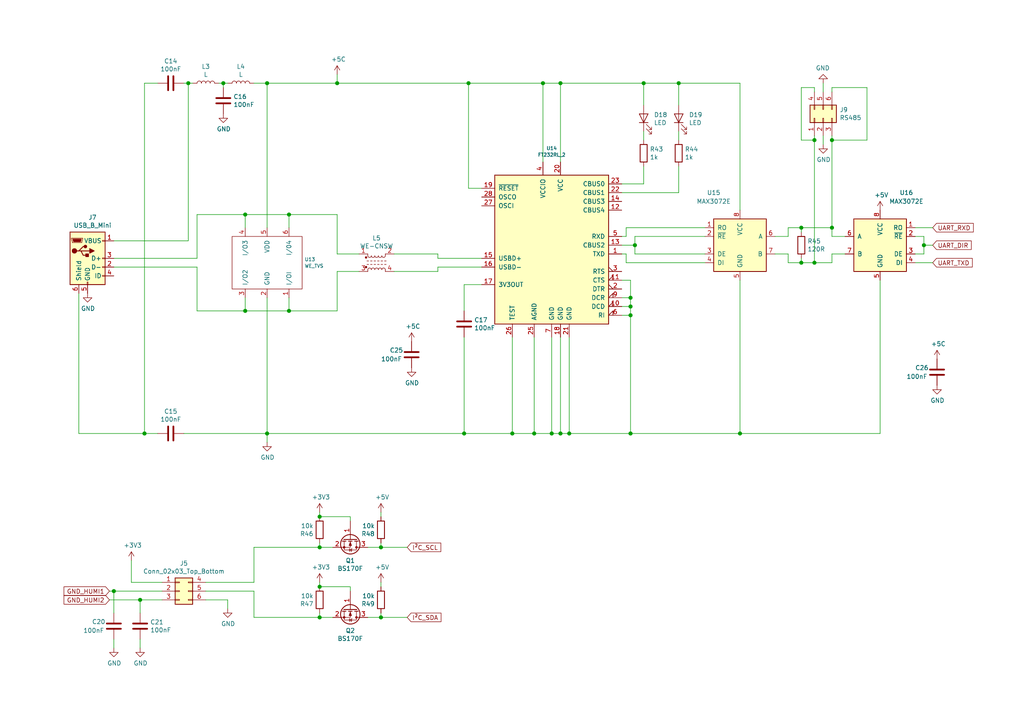
<source format=kicad_sch>
(kicad_sch (version 20210126) (generator eeschema)
  (paper "A4")
  (lib_symbols
    (symbol "SBIO3-rescue:+3V3-power" (power) (pin_names (offset 0))
      (property "Value" "+3V3-power" (at 0 3.556 0))
      (symbol "+3V3-power_0_1"
        (polyline (pts (xy -0.762 1.27) (xy 0 2.54)))
        (polyline (pts (xy 0 0) (xy 0 2.54)))
        (polyline (pts (xy 0 2.54) (xy 0.762 1.27)))
      )
      (symbol "+3V3-power_1_1"
        (pin power_in line (at 0 0 90) (length 0) hide (name "+3V3") (number "1"))
      )
    )
    (symbol "SBIO3-rescue:+5C-power" (power) (pin_names (offset 0))
      (property "Value" "+5C-power" (at 0 3.556 0))
      (symbol "+5C-power_0_1"
        (polyline (pts (xy -0.762 1.27) (xy 0 2.54)))
        (polyline (pts (xy 0 0) (xy 0 2.54)))
        (polyline (pts (xy 0 2.54) (xy 0.762 1.27)))
      )
      (symbol "+5C-power_1_1"
        (pin power_in line (at 0 0 90) (length 0) hide (name "+5C") (number "1"))
      )
    )
    (symbol "SBIO3-rescue:+5V-power" (power) (pin_names (offset 0))
      (property "Value" "+5V-power" (at 0 3.556 0))
      (symbol "+5V-power_0_1"
        (polyline (pts (xy -0.762 1.27) (xy 0 2.54)))
        (polyline (pts (xy 0 0) (xy 0 2.54)))
        (polyline (pts (xy 0 2.54) (xy 0.762 1.27)))
      )
      (symbol "+5V-power_1_1"
        (pin power_in line (at 0 0 90) (length 0) hide (name "+5V") (number "1"))
      )
    )
    (symbol "SBIO3-rescue:BS170F-Transistor_FET" (pin_names (offset 0) hide)
      (property "Reference" "Q" (at 5.08 1.905 0))
      (property "Value" "BS170F-Transistor_FET" (at 5.08 0 0))
      (symbol "BS170F-Transistor_FET_0_1"
        (circle (center 1.651 0) (radius 2.8194) (stroke (width 0.254)))
        (circle (center 2.54 -1.778) (radius 0.2794) (fill (type outline)))
        (circle (center 2.54 1.778) (radius 0.2794) (fill (type outline)))
        (polyline (pts (xy 0.762 -1.778) (xy 2.54 -1.778)))
        (polyline (pts (xy 0.762 -1.27) (xy 0.762 -2.286)) (stroke (width 0.254)))
        (polyline (pts (xy 0.762 0) (xy 2.54 0)))
        (polyline (pts (xy 0.762 0.508) (xy 0.762 -0.508)) (stroke (width 0.254)))
        (polyline (pts (xy 0.762 1.778) (xy 2.54 1.778)))
        (polyline (pts (xy 0.762 2.286) (xy 0.762 1.27)) (stroke (width 0.254)))
        (polyline (pts (xy 2.54 -1.778) (xy 2.54 -2.54)))
        (polyline (pts (xy 2.54 -1.778) (xy 2.54 0)))
        (polyline (pts (xy 2.54 2.54) (xy 2.54 1.778)))
        (polyline (pts (xy 0.254 1.905) (xy 0.254 -1.905) (xy 0.254 -1.905)) (stroke (width 0.254)))
        (polyline (pts (xy 1.016 0) (xy 2.032 0.381) (xy 2.032 -0.381) (xy 1.016 0)) (fill (type outline)))
        (polyline (pts (xy 2.54 -1.778) (xy 3.302 -1.778) (xy 3.302 1.778) (xy 2.54 1.778)))
        (polyline (pts (xy 2.794 0.508) (xy 2.921 0.381) (xy 3.683 0.381) (xy 3.81 0.254)))
        (polyline (pts (xy 3.302 0.381) (xy 2.921 -0.254) (xy 3.683 -0.254) (xy 3.302 0.381)))
      )
      (symbol "BS170F-Transistor_FET_1_1"
        (pin input line (at -5.08 0 0) (length 5.334) (name "G") (number "1"))
        (pin passive line (at 2.54 -5.08 90) (length 2.54) (name "S") (number "2"))
        (pin passive line (at 2.54 5.08 270) (length 2.54) (name "D") (number "3"))
      )
    )
    (symbol "SBIO3-rescue:C-Device" (pin_numbers hide) (pin_names (offset 0.254))
      (property "Reference" "C" (at 0.635 2.54 0))
      (property "Value" "C-Device" (at 0.635 -2.54 0))
      (symbol "C-Device_0_1"
        (polyline (pts (xy -2.032 -0.762) (xy 2.032 -0.762)) (stroke (width 0.508)))
        (polyline (pts (xy -2.032 0.762) (xy 2.032 0.762)) (stroke (width 0.508)))
      )
      (symbol "C-Device_1_1"
        (pin passive line (at 0 3.81 270) (length 2.794) (name "~") (number "1"))
        (pin passive line (at 0 -3.81 90) (length 2.794) (name "~") (number "2"))
      )
    )
    (symbol "SBIO3-rescue:Conn_02x03_Top_Bottom-Connector_Generic" (pin_names (offset 1.016) hide)
      (property "Reference" "J" (at 1.27 5.08 0))
      (property "Value" "Conn_02x03_Top_Bottom-Connector_Generic" (at 1.27 -5.08 0))
      (symbol "Conn_02x03_Top_Bottom-Connector_Generic_1_1"
        (rectangle (start -1.27 -2.413) (end 0 -2.667) (stroke (width 0.1524)))
        (rectangle (start -1.27 0.127) (end 0 -0.127) (stroke (width 0.1524)))
        (rectangle (start -1.27 2.667) (end 0 2.413) (stroke (width 0.1524)))
        (rectangle (start -1.27 3.81) (end 3.81 -3.81) (stroke (width 0.254)) (fill (type background)))
        (rectangle (start 3.81 -2.413) (end 2.54 -2.667) (stroke (width 0.1524)))
        (rectangle (start 3.81 0.127) (end 2.54 -0.127) (stroke (width 0.1524)))
        (rectangle (start 3.81 2.667) (end 2.54 2.413) (stroke (width 0.1524)))
        (pin passive line (at -5.08 2.54 0) (length 3.81) (name "Pin_1") (number "1"))
        (pin passive line (at -5.08 0 0) (length 3.81) (name "Pin_2") (number "2"))
        (pin passive line (at -5.08 -2.54 0) (length 3.81) (name "Pin_3") (number "3"))
        (pin passive line (at 7.62 2.54 180) (length 3.81) (name "Pin_4") (number "4"))
        (pin passive line (at 7.62 0 180) (length 3.81) (name "Pin_5") (number "5"))
        (pin passive line (at 7.62 -2.54 180) (length 3.81) (name "Pin_6") (number "6"))
      )
    )
    (symbol "SBIO3-rescue:FT232RL_2-USB-RS485" (pin_names (offset 1.016))
      (property "Reference" "U" (at 0 40.64 0))
      (property "Value" "FT232RL_2-USB-RS485" (at 0 43.18 0))
      (symbol "FT232RL_2-USB-RS485_1_1"
        (rectangle (start -16.51 21.59) (end 16.51 -21.59) (stroke (width 0.254)) (fill (type background)))
        (pin output line (at 20.32 -1.27 180) (length 3.81) (name "TXD") (number "1"))
        (pin input input_low (at 20.32 -16.51 180) (length 3.81) (name "DCD") (number "10"))
        (pin input input_low (at 20.32 -8.89 180) (length 3.81) (name "CTS") (number "11"))
        (pin bidirectional line (at 20.32 11.43 180) (length 3.81) (name "CBUS4") (number "12"))
        (pin bidirectional line (at 20.32 1.27 180) (length 3.81) (name "CBUS2") (number "13"))
        (pin bidirectional line (at 20.32 13.97 180) (length 3.81) (name "CBUS3") (number "14"))
        (pin bidirectional line (at -20.32 -2.54 0) (length 3.81) (name "USBD+") (number "15"))
        (pin bidirectional line (at -20.32 -5.08 0) (length 3.81) (name "USBD-") (number "16"))
        (pin power_out line (at -20.32 -10.16 0) (length 3.81) (name "3V3OUT") (number "17"))
        (pin power_in line (at 2.54 -25.4 90) (length 3.81) (name "GND") (number "18"))
        (pin input line (at -20.32 17.78 0) (length 3.81) (name "~RESET~") (number "19"))
        (pin output output_low (at 20.32 -11.43 180) (length 3.81) (name "DTR") (number "2"))
        (pin power_in line (at 2.54 25.4 270) (length 3.81) (name "VCC") (number "20"))
        (pin power_in line (at 5.08 -25.4 90) (length 3.81) (name "GND") (number "21"))
        (pin bidirectional line (at 20.32 16.51 180) (length 3.81) (name "CBUS1") (number "22"))
        (pin bidirectional line (at 20.32 19.05 180) (length 3.81) (name "CBUS0") (number "23"))
        (pin power_in line (at -5.08 -25.4 90) (length 3.81) (name "AGND") (number "25"))
        (pin input line (at -11.43 -25.4 90) (length 3.81) (name "TEST") (number "26"))
        (pin input line (at -20.32 12.7 0) (length 3.81) (name "OSCI") (number "27"))
        (pin output line (at -20.32 15.24 0) (length 3.81) (name "OSCO") (number "28"))
        (pin output output_low (at 20.32 -6.35 180) (length 3.81) (name "RTS") (number "3"))
        (pin power_in line (at -2.54 25.4 270) (length 3.81) (name "VCCIO") (number "4"))
        (pin input line (at 20.32 3.81 180) (length 3.81) (name "RXD") (number "5"))
        (pin input input_low (at 20.32 -19.05 180) (length 3.81) (name "RI") (number "6"))
        (pin power_in line (at 0 -25.4 90) (length 3.81) (name "GND") (number "7"))
        (pin input input_low (at 20.32 -13.97 180) (length 3.81) (name "DCR") (number "9"))
      )
    )
    (symbol "SBIO3-rescue:GND-power" (power) (pin_names (offset 0))
      (property "Value" "GND-power" (at 0 -3.81 0))
      (symbol "GND-power_0_1"
        (polyline (pts (xy 0 0) (xy 0 -1.27) (xy 1.27 -1.27) (xy 0 -2.54) (xy -1.27 -1.27) (xy 0 -1.27)))
      )
      (symbol "GND-power_1_1"
        (pin power_in line (at 0 0 270) (length 0) hide (name "GND") (number "1"))
      )
    )
    (symbol "SBIO3-rescue:L-Device" (pin_numbers hide) (pin_names (offset 1.016) hide)
      (property "Reference" "L" (at -1.27 0 90))
      (property "Value" "L-Device" (at 1.905 0 90))
      (symbol "L-Device_0_1"
        (arc (start 0 -2.54) (end 0 -1.27) (radius (at 0 -1.905) (length 0.635) (angles -89.9 89.9)))
        (arc (start 0 -1.27) (end 0 0) (radius (at 0 -0.635) (length 0.635) (angles -89.9 89.9)))
        (arc (start 0 0) (end 0 1.27) (radius (at 0 0.635) (length 0.635) (angles -89.9 89.9)))
        (arc (start 0 1.27) (end 0 2.54) (radius (at 0 1.905) (length 0.635) (angles -89.9 89.9)))
      )
      (symbol "L-Device_1_1"
        (pin passive line (at 0 3.81 270) (length 1.27) (name "1") (number "1"))
        (pin passive line (at 0 -3.81 90) (length 1.27) (name "2") (number "2"))
      )
    )
    (symbol "SBIO3-rescue:LED-Device" (pin_numbers hide) (pin_names (offset 1.016) hide)
      (property "Reference" "D" (at 0 2.54 0))
      (property "Value" "LED-Device" (at 0 -2.54 0))
      (symbol "LED-Device_0_1"
        (polyline (pts (xy -1.27 -1.27) (xy -1.27 1.27)) (stroke (width 0.2032)))
        (polyline (pts (xy -1.27 0) (xy 1.27 0)))
        (polyline (pts (xy 1.27 -1.27) (xy 1.27 1.27) (xy -1.27 0) (xy 1.27 -1.27)) (stroke (width 0.2032)))
        (polyline (pts (xy -3.048 -0.762) (xy -4.572 -2.286) (xy -3.81 -2.286) (xy -4.572 -2.286) (xy -4.572 -1.524)))
        (polyline (pts (xy -1.778 -0.762) (xy -3.302 -2.286) (xy -2.54 -2.286) (xy -3.302 -2.286) (xy -3.302 -1.524)))
      )
      (symbol "LED-Device_1_1"
        (pin passive line (at -3.81 0 0) (length 2.54) (name "K") (number "1"))
        (pin passive line (at 3.81 0 180) (length 2.54) (name "A") (number "2"))
      )
    )
    (symbol "SBIO3-rescue:L_Core_Ferrite_Coupled-Device" (pin_names (offset 0.254) hide)
      (property "Reference" "L" (at 0 4.445 0))
      (property "Value" "L_Core_Ferrite_Coupled-Device" (at 0 -4.445 0))
      (symbol "L_Core_Ferrite_Coupled-Device_0_1"
        (arc (start -1.524 -2.032) (end -2.54 -2.032) (radius (at -2.032 -2.032) (length 0.508) (angles 0.1 179.9)))
        (arc (start -2.54 2.032) (end -1.524 2.032) (radius (at -2.032 2.032) (length 0.508) (angles -179.9 -0.1)))
        (arc (start -0.508 -2.032) (end -1.524 -2.032) (radius (at -1.016 -2.032) (length 0.508) (angles 0.1 179.9)))
        (arc (start -1.524 2.032) (end -0.508 2.032) (radius (at -1.016 2.032) (length 0.508) (angles -179.9 -0.1)))
        (arc (start 0.508 -2.032) (end -0.508 -2.032) (radius (at 0 -2.032) (length 0.508) (angles 0.1 179.9)))
        (arc (start -0.508 2.032) (end 0.508 2.032) (radius (at 0 2.032) (length 0.508) (angles -179.9 -0.1)))
        (arc (start 1.524 -2.032) (end 0.508 -2.032) (radius (at 1.016 -2.032) (length 0.508) (angles 0.1 179.9)))
        (arc (start 0.508 2.032) (end 1.524 2.032) (radius (at 1.016 2.032) (length 0.508) (angles -179.9 -0.1)))
        (arc (start 2.54 -2.032) (end 1.524 -2.032) (radius (at 2.032 -2.032) (length 0.508) (angles 0.1 179.9)))
        (arc (start 1.524 2.032) (end 2.54 2.032) (radius (at 2.032 2.032) (length 0.508) (angles -179.9 -0.1)))
        (circle (center -3.048 -1.27) (radius 0.254) (fill (type outline)))
        (circle (center -3.048 1.524) (radius 0.254) (fill (type outline)))
        (polyline (pts (xy -2.794 -0.508) (xy -2.286 -0.508)))
        (polyline (pts (xy -2.794 0.508) (xy -2.286 0.508)))
        (polyline (pts (xy -2.54 -2.032) (xy -2.54 -2.54)))
        (polyline (pts (xy -2.54 2.032) (xy -2.54 2.54)))
        (polyline (pts (xy -1.778 -0.508) (xy -1.27 -0.508)))
        (polyline (pts (xy -1.778 0.508) (xy -1.27 0.508)))
        (polyline (pts (xy -0.762 -0.508) (xy -0.254 -0.508)))
        (polyline (pts (xy -0.762 0.508) (xy -0.254 0.508)))
        (polyline (pts (xy 0.254 -0.508) (xy 0.762 -0.508)))
        (polyline (pts (xy 0.254 0.508) (xy 0.762 0.508)))
        (polyline (pts (xy 1.27 -0.508) (xy 1.778 -0.508)))
        (polyline (pts (xy 1.27 0.508) (xy 1.778 0.508)))
        (polyline (pts (xy 2.286 -0.508) (xy 2.794 -0.508)))
        (polyline (pts (xy 2.286 0.508) (xy 2.794 0.508)))
        (polyline (pts (xy 2.54 -2.032) (xy 2.54 -2.54)))
        (polyline (pts (xy 2.54 2.54) (xy 2.54 2.032)))
      )
      (symbol "L_Core_Ferrite_Coupled-Device_1_1"
        (pin passive line (at -5.08 2.54 0) (length 2.54) (name "1") (number "1"))
        (pin passive line (at 5.08 2.54 180) (length 2.54) (name "2") (number "2"))
        (pin passive line (at -5.08 -2.54 0) (length 2.54) (name "3") (number "3"))
        (pin passive line (at 5.08 -2.54 180) (length 2.54) (name "4") (number "4"))
      )
    )
    (symbol "SBIO3-rescue:MAX3072E-Interface_UART" (pin_names (offset 1.016))
      (property "Reference" "U" (at -7.62 8.89 0))
      (property "Value" "MAX3072E-Interface_UART" (at 2.54 8.89 0))
      (symbol "MAX3072E-Interface_UART_0_1"
        (rectangle (start -7.62 7.62) (end 7.62 -7.62) (stroke (width 0.254)) (fill (type background)))
      )
      (symbol "MAX3072E-Interface_UART_1_1"
        (pin output line (at -10.16 5.08 0) (length 2.54) (name "RO") (number "1"))
        (pin input line (at -10.16 2.54 0) (length 2.54) (name "~RE~") (number "2"))
        (pin input line (at -10.16 -2.54 0) (length 2.54) (name "DE") (number "3"))
        (pin input line (at -10.16 -5.08 0) (length 2.54) (name "DI") (number "4"))
        (pin power_in line (at 0 -10.16 90) (length 2.54) (name "GND") (number "5"))
        (pin bidirectional line (at 10.16 2.54 180) (length 2.54) (name "A") (number "6"))
        (pin bidirectional line (at 10.16 -2.54 180) (length 2.54) (name "B") (number "7"))
        (pin power_in line (at 0 10.16 270) (length 2.54) (name "VCC") (number "8"))
      )
    )
    (symbol "SBIO3-rescue:R-Device" (pin_numbers hide) (pin_names (offset 0))
      (property "Reference" "R" (at 2.032 0 90))
      (property "Value" "R-Device" (at 0 0 90))
      (symbol "R-Device_0_1"
        (rectangle (start -1.016 -2.54) (end 1.016 2.54) (stroke (width 0.254)))
      )
      (symbol "R-Device_1_1"
        (pin passive line (at 0 3.81 270) (length 1.27) (name "~") (number "1"))
        (pin passive line (at 0 -3.81 90) (length 1.27) (name "~") (number "2"))
      )
    )
    (symbol "SBIO3-rescue:USB_B_Mini-Connector" (pin_names (offset 1.016))
      (property "Reference" "J" (at -5.08 11.43 0))
      (property "Value" "USB_B_Mini-Connector" (at -5.08 8.89 0))
      (symbol "USB_B_Mini-Connector_0_1"
        (circle (center -3.81 2.159) (radius 0.635) (stroke (width 0.254)) (fill (type outline)))
        (circle (center -0.635 3.429) (radius 0.381) (stroke (width 0.254)) (fill (type outline)))
        (rectangle (start -5.08 -7.62) (end 5.08 7.62) (stroke (width 0.254)) (fill (type background)))
        (rectangle (start -0.127 -7.62) (end 0.127 -6.858))
        (rectangle (start 0.254 1.27) (end -0.508 0.508) (stroke (width 0.254)) (fill (type outline)))
        (rectangle (start 5.08 -5.207) (end 4.318 -4.953))
        (rectangle (start 5.08 -2.667) (end 4.318 -2.413))
        (rectangle (start 5.08 -0.127) (end 4.318 0.127))
        (rectangle (start 5.08 4.953) (end 4.318 5.207))
        (polyline (pts (xy -1.905 2.159) (xy 0.635 2.159)) (stroke (width 0.254)))
        (polyline (pts (xy -3.175 2.159) (xy -2.54 2.159) (xy -1.27 3.429) (xy -0.635 3.429)) (stroke (width 0.254)))
        (polyline (pts (xy -2.54 2.159) (xy -1.905 2.159) (xy -1.27 0.889) (xy 0 0.889)) (stroke (width 0.254)))
        (polyline (pts (xy 0.635 2.794) (xy 0.635 1.524) (xy 1.905 2.159) (xy 0.635 2.794)) (stroke (width 0.254)) (fill (type outline)))
        (polyline (pts (xy -4.318 5.588) (xy -1.778 5.588) (xy -2.032 4.826) (xy -4.064 4.826) (xy -4.318 5.588)) (fill (type outline)))
        (polyline (pts (xy -4.699 5.842) (xy -4.699 5.588) (xy -4.445 4.826) (xy -4.445 4.572) (xy -1.651 4.572) (xy -1.651 4.826) (xy -1.397 5.588) (xy -1.397 5.842) (xy -4.699 5.842)))
      )
      (symbol "USB_B_Mini-Connector_1_1"
        (pin power_out line (at 7.62 5.08 180) (length 2.54) (name "VBUS") (number "1"))
        (pin passive line (at 7.62 -2.54 180) (length 2.54) (name "D-") (number "2"))
        (pin passive line (at 7.62 0 180) (length 2.54) (name "D+") (number "3"))
        (pin passive line (at 7.62 -5.08 180) (length 2.54) (name "ID") (number "4"))
        (pin power_out line (at 0 -10.16 90) (length 2.54) (name "GND") (number "5"))
        (pin passive line (at -2.54 -10.16 90) (length 2.54) (name "Shield") (number "6"))
      )
    )
    (symbol "SBIO3-rescue:WE_TVS-KiCad_E-Shema_MH" (pin_names (offset 1.016))
      (property "Reference" "U" (at -13.97 -1.27 0))
      (property "Value" "WE_TVS-KiCad_E-Shema_MH" (at -13.97 1.27 0))
      (symbol "WE_TVS-KiCad_E-Shema_MH_0_1"
        (rectangle (start -10.16 -7.62) (end 10.16 7.62))
      )
      (symbol "WE_TVS-KiCad_E-Shema_MH_1_1"
        (pin input line (at 6.35 -10.16 90) (length 2.54) (name "I/OI") (number "1"))
        (pin input line (at 0 -10.16 90) (length 2.54) (name "GND") (number "2"))
        (pin input line (at -6.35 -10.16 90) (length 2.54) (name "I/O2") (number "3"))
        (pin input line (at -6.35 10.16 270) (length 2.54) (name "I/O3") (number "4"))
        (pin input line (at 0 10.16 270) (length 2.54) (name "VDD") (number "5"))
        (pin input line (at 6.35 10.16 270) (length 2.54) (name "I/04") (number "6"))
      )
    )
  )
  (junction (at 33.02 171.45) (diameter 1.016))
  (junction (at 40.64 173.99) (diameter 1.016))
  (junction (at 41.91 125.73) (diameter 1.016))
  (junction (at 54.61 24.13) (diameter 1.016))
  (junction (at 64.77 24.13) (diameter 1.016))
  (junction (at 71.12 62.23) (diameter 1.016))
  (junction (at 71.12 90.17) (diameter 1.016))
  (junction (at 77.47 24.13) (diameter 1.016))
  (junction (at 77.47 125.73) (diameter 1.016))
  (junction (at 83.82 62.23) (diameter 1.016))
  (junction (at 83.82 90.17) (diameter 1.016))
  (junction (at 92.71 149.86) (diameter 1.016))
  (junction (at 92.71 158.75) (diameter 1.016))
  (junction (at 92.71 170.18) (diameter 1.016))
  (junction (at 92.71 179.07) (diameter 1.016))
  (junction (at 97.79 24.13) (diameter 1.016))
  (junction (at 110.49 158.75) (diameter 1.016))
  (junction (at 110.49 179.07) (diameter 1.016))
  (junction (at 134.62 125.73) (diameter 1.016))
  (junction (at 135.89 24.13) (diameter 1.016))
  (junction (at 148.59 125.73) (diameter 1.016))
  (junction (at 154.94 125.73) (diameter 1.016))
  (junction (at 157.48 24.13) (diameter 1.016))
  (junction (at 160.02 125.73) (diameter 1.016))
  (junction (at 162.56 24.13) (diameter 1.016))
  (junction (at 162.56 125.73) (diameter 1.016))
  (junction (at 165.1 125.73) (diameter 1.016))
  (junction (at 182.88 86.36) (diameter 1.016))
  (junction (at 182.88 88.9) (diameter 1.016))
  (junction (at 182.88 91.44) (diameter 1.016))
  (junction (at 182.88 125.73) (diameter 1.016))
  (junction (at 184.15 71.12) (diameter 1.016))
  (junction (at 186.69 24.13) (diameter 1.016))
  (junction (at 196.85 24.13) (diameter 1.016))
  (junction (at 214.63 125.73) (diameter 1.016))
  (junction (at 232.41 66.04) (diameter 1.016))
  (junction (at 232.41 76.2) (diameter 1.016))
  (junction (at 236.22 40.64) (diameter 1.016))
  (junction (at 236.22 76.2) (diameter 1.016))
  (junction (at 241.3 40.64) (diameter 1.016))
  (junction (at 241.3 66.04) (diameter 1.016))
  (junction (at 267.97 71.12) (diameter 1.016))
  (wire (pts (xy 22.86 85.09) (xy 22.86 125.73)))
  (wire (pts (xy 22.86 125.73) (xy 41.91 125.73)))
  (wire (pts (xy 31.75 173.99) (xy 40.64 173.99)))
  (wire (pts (xy 33.02 69.85) (xy 54.61 69.85)))
  (wire (pts (xy 33.02 74.93) (xy 57.15 74.93)))
  (wire (pts (xy 33.02 77.47) (xy 57.15 77.47)))
  (wire (pts (xy 33.02 171.45) (xy 31.75 171.45)))
  (wire (pts (xy 33.02 171.45) (xy 33.02 177.8)))
  (wire (pts (xy 33.02 185.42) (xy 33.02 187.96)))
  (wire (pts (xy 38.1 162.56) (xy 38.1 168.91)))
  (wire (pts (xy 38.1 168.91) (xy 46.99 168.91)))
  (wire (pts (xy 40.64 173.99) (xy 40.64 177.8)))
  (wire (pts (xy 40.64 185.42) (xy 40.64 187.96)))
  (wire (pts (xy 41.91 24.13) (xy 41.91 125.73)))
  (wire (pts (xy 41.91 125.73) (xy 45.72 125.73)))
  (wire (pts (xy 45.72 24.13) (xy 41.91 24.13)))
  (wire (pts (xy 46.99 171.45) (xy 33.02 171.45)))
  (wire (pts (xy 46.99 173.99) (xy 40.64 173.99)))
  (wire (pts (xy 53.34 24.13) (xy 54.61 24.13)))
  (wire (pts (xy 53.34 125.73) (xy 77.47 125.73)))
  (wire (pts (xy 54.61 24.13) (xy 54.61 69.85)))
  (wire (pts (xy 54.61 24.13) (xy 55.88 24.13)))
  (wire (pts (xy 57.15 62.23) (xy 71.12 62.23)))
  (wire (pts (xy 57.15 74.93) (xy 57.15 62.23)))
  (wire (pts (xy 57.15 77.47) (xy 57.15 90.17)))
  (wire (pts (xy 57.15 90.17) (xy 71.12 90.17)))
  (wire (pts (xy 59.69 168.91) (xy 73.66 168.91)))
  (wire (pts (xy 59.69 171.45) (xy 73.66 171.45)))
  (wire (pts (xy 59.69 173.99) (xy 66.04 173.99)))
  (wire (pts (xy 63.5 24.13) (xy 64.77 24.13)))
  (wire (pts (xy 64.77 24.13) (xy 66.04 24.13)))
  (wire (pts (xy 64.77 25.4) (xy 64.77 24.13)))
  (wire (pts (xy 66.04 173.99) (xy 66.04 176.53)))
  (wire (pts (xy 71.12 62.23) (xy 71.12 66.04)))
  (wire (pts (xy 71.12 62.23) (xy 83.82 62.23)))
  (wire (pts (xy 71.12 90.17) (xy 71.12 86.36)))
  (wire (pts (xy 71.12 90.17) (xy 83.82 90.17)))
  (wire (pts (xy 73.66 158.75) (xy 73.66 168.91)))
  (wire (pts (xy 73.66 171.45) (xy 73.66 179.07)))
  (wire (pts (xy 77.47 24.13) (xy 73.66 24.13)))
  (wire (pts (xy 77.47 24.13) (xy 97.79 24.13)))
  (wire (pts (xy 77.47 66.04) (xy 77.47 24.13)))
  (wire (pts (xy 77.47 86.36) (xy 77.47 125.73)))
  (wire (pts (xy 77.47 125.73) (xy 134.62 125.73)))
  (wire (pts (xy 77.47 128.27) (xy 77.47 125.73)))
  (wire (pts (xy 83.82 62.23) (xy 83.82 66.04)))
  (wire (pts (xy 83.82 62.23) (xy 97.79 62.23)))
  (wire (pts (xy 83.82 90.17) (xy 83.82 86.36)))
  (wire (pts (xy 83.82 90.17) (xy 97.79 90.17)))
  (wire (pts (xy 92.71 148.59) (xy 92.71 149.86)))
  (wire (pts (xy 92.71 157.48) (xy 92.71 158.75)))
  (wire (pts (xy 92.71 158.75) (xy 73.66 158.75)))
  (wire (pts (xy 92.71 158.75) (xy 96.52 158.75)))
  (wire (pts (xy 92.71 168.91) (xy 92.71 170.18)))
  (wire (pts (xy 92.71 179.07) (xy 73.66 179.07)))
  (wire (pts (xy 92.71 179.07) (xy 92.71 177.8)))
  (wire (pts (xy 96.52 179.07) (xy 92.71 179.07)))
  (wire (pts (xy 97.79 21.59) (xy 97.79 24.13)))
  (wire (pts (xy 97.79 24.13) (xy 135.89 24.13)))
  (wire (pts (xy 97.79 62.23) (xy 97.79 73.66)))
  (wire (pts (xy 97.79 73.66) (xy 104.14 73.66)))
  (wire (pts (xy 97.79 78.74) (xy 104.14 78.74)))
  (wire (pts (xy 97.79 90.17) (xy 97.79 78.74)))
  (wire (pts (xy 101.6 149.86) (xy 92.71 149.86)))
  (wire (pts (xy 101.6 151.13) (xy 101.6 149.86)))
  (wire (pts (xy 101.6 170.18) (xy 92.71 170.18)))
  (wire (pts (xy 101.6 171.45) (xy 101.6 170.18)))
  (wire (pts (xy 110.49 148.59) (xy 110.49 149.86)))
  (wire (pts (xy 110.49 157.48) (xy 110.49 158.75)))
  (wire (pts (xy 110.49 158.75) (xy 106.68 158.75)))
  (wire (pts (xy 110.49 158.75) (xy 118.11 158.75)))
  (wire (pts (xy 110.49 168.91) (xy 110.49 170.18)))
  (wire (pts (xy 110.49 177.8) (xy 110.49 179.07)))
  (wire (pts (xy 110.49 179.07) (xy 106.68 179.07)))
  (wire (pts (xy 110.49 179.07) (xy 118.11 179.07)))
  (wire (pts (xy 114.3 73.66) (xy 127 73.66)))
  (wire (pts (xy 127 73.66) (xy 127 74.93)))
  (wire (pts (xy 127 74.93) (xy 139.7 74.93)))
  (wire (pts (xy 127 77.47) (xy 127 78.74)))
  (wire (pts (xy 127 77.47) (xy 139.7 77.47)))
  (wire (pts (xy 127 78.74) (xy 114.3 78.74)))
  (wire (pts (xy 134.62 82.55) (xy 134.62 90.17)))
  (wire (pts (xy 134.62 97.79) (xy 134.62 125.73)))
  (wire (pts (xy 134.62 125.73) (xy 148.59 125.73)))
  (wire (pts (xy 135.89 24.13) (xy 135.89 54.61)))
  (wire (pts (xy 135.89 24.13) (xy 157.48 24.13)))
  (wire (pts (xy 135.89 54.61) (xy 139.7 54.61)))
  (wire (pts (xy 139.7 82.55) (xy 134.62 82.55)))
  (wire (pts (xy 148.59 97.79) (xy 148.59 125.73)))
  (wire (pts (xy 148.59 125.73) (xy 154.94 125.73)))
  (wire (pts (xy 154.94 97.79) (xy 154.94 125.73)))
  (wire (pts (xy 154.94 125.73) (xy 160.02 125.73)))
  (wire (pts (xy 157.48 24.13) (xy 162.56 24.13)))
  (wire (pts (xy 157.48 46.99) (xy 157.48 24.13)))
  (wire (pts (xy 160.02 97.79) (xy 160.02 125.73)))
  (wire (pts (xy 160.02 125.73) (xy 162.56 125.73)))
  (wire (pts (xy 162.56 24.13) (xy 186.69 24.13)))
  (wire (pts (xy 162.56 46.99) (xy 162.56 24.13)))
  (wire (pts (xy 162.56 97.79) (xy 162.56 125.73)))
  (wire (pts (xy 162.56 125.73) (xy 165.1 125.73)))
  (wire (pts (xy 165.1 97.79) (xy 165.1 125.73)))
  (wire (pts (xy 165.1 125.73) (xy 182.88 125.73)))
  (wire (pts (xy 180.34 68.58) (xy 181.61 68.58)))
  (wire (pts (xy 180.34 73.66) (xy 181.61 73.66)))
  (wire (pts (xy 180.34 81.28) (xy 182.88 81.28)))
  (wire (pts (xy 180.34 86.36) (xy 182.88 86.36)))
  (wire (pts (xy 180.34 88.9) (xy 182.88 88.9)))
  (wire (pts (xy 180.34 91.44) (xy 182.88 91.44)))
  (wire (pts (xy 181.61 66.04) (xy 204.47 66.04)))
  (wire (pts (xy 181.61 68.58) (xy 181.61 66.04)))
  (wire (pts (xy 181.61 73.66) (xy 181.61 76.2)))
  (wire (pts (xy 181.61 76.2) (xy 204.47 76.2)))
  (wire (pts (xy 182.88 81.28) (xy 182.88 86.36)))
  (wire (pts (xy 182.88 86.36) (xy 182.88 88.9)))
  (wire (pts (xy 182.88 88.9) (xy 182.88 91.44)))
  (wire (pts (xy 182.88 91.44) (xy 182.88 125.73)))
  (wire (pts (xy 182.88 125.73) (xy 214.63 125.73)))
  (wire (pts (xy 184.15 68.58) (xy 184.15 71.12)))
  (wire (pts (xy 184.15 71.12) (xy 180.34 71.12)))
  (wire (pts (xy 184.15 71.12) (xy 184.15 73.66)))
  (wire (pts (xy 184.15 73.66) (xy 204.47 73.66)))
  (wire (pts (xy 186.69 24.13) (xy 186.69 30.48)))
  (wire (pts (xy 186.69 24.13) (xy 196.85 24.13)))
  (wire (pts (xy 186.69 38.1) (xy 186.69 40.64)))
  (wire (pts (xy 186.69 48.26) (xy 186.69 53.34)))
  (wire (pts (xy 186.69 53.34) (xy 180.34 53.34)))
  (wire (pts (xy 196.85 24.13) (xy 196.85 30.48)))
  (wire (pts (xy 196.85 38.1) (xy 196.85 40.64)))
  (wire (pts (xy 196.85 48.26) (xy 196.85 55.88)))
  (wire (pts (xy 196.85 55.88) (xy 180.34 55.88)))
  (wire (pts (xy 204.47 68.58) (xy 184.15 68.58)))
  (wire (pts (xy 214.63 24.13) (xy 196.85 24.13)))
  (wire (pts (xy 214.63 60.96) (xy 214.63 24.13)))
  (wire (pts (xy 214.63 81.28) (xy 214.63 125.73)))
  (wire (pts (xy 214.63 125.73) (xy 255.27 125.73)))
  (wire (pts (xy 224.79 68.58) (xy 228.6 68.58)))
  (wire (pts (xy 224.79 73.66) (xy 228.6 73.66)))
  (wire (pts (xy 228.6 66.04) (xy 232.41 66.04)))
  (wire (pts (xy 228.6 68.58) (xy 228.6 66.04)))
  (wire (pts (xy 228.6 73.66) (xy 228.6 76.2)))
  (wire (pts (xy 228.6 76.2) (xy 232.41 76.2)))
  (wire (pts (xy 232.41 25.4) (xy 236.22 25.4)))
  (wire (pts (xy 232.41 40.64) (xy 232.41 25.4)))
  (wire (pts (xy 232.41 66.04) (xy 232.41 67.31)))
  (wire (pts (xy 232.41 66.04) (xy 241.3 66.04)))
  (wire (pts (xy 232.41 76.2) (xy 232.41 74.93)))
  (wire (pts (xy 232.41 76.2) (xy 236.22 76.2)))
  (wire (pts (xy 236.22 25.4) (xy 236.22 26.67)))
  (wire (pts (xy 236.22 39.37) (xy 236.22 40.64)))
  (wire (pts (xy 236.22 40.64) (xy 232.41 40.64)))
  (wire (pts (xy 236.22 40.64) (xy 236.22 76.2)))
  (wire (pts (xy 236.22 76.2) (xy 241.3 76.2)))
  (wire (pts (xy 238.76 26.67) (xy 238.76 24.13)))
  (wire (pts (xy 238.76 39.37) (xy 238.76 41.91)))
  (wire (pts (xy 241.3 25.4) (xy 241.3 26.67)))
  (wire (pts (xy 241.3 40.64) (xy 241.3 39.37)))
  (wire (pts (xy 241.3 40.64) (xy 251.46 40.64)))
  (wire (pts (xy 241.3 66.04) (xy 241.3 40.64)))
  (wire (pts (xy 241.3 66.04) (xy 241.3 68.58)))
  (wire (pts (xy 241.3 68.58) (xy 245.11 68.58)))
  (wire (pts (xy 241.3 73.66) (xy 245.11 73.66)))
  (wire (pts (xy 241.3 76.2) (xy 241.3 73.66)))
  (wire (pts (xy 251.46 25.4) (xy 241.3 25.4)))
  (wire (pts (xy 251.46 40.64) (xy 251.46 25.4)))
  (wire (pts (xy 255.27 125.73) (xy 255.27 81.28)))
  (wire (pts (xy 265.43 66.04) (xy 270.51 66.04)))
  (wire (pts (xy 265.43 68.58) (xy 267.97 68.58)))
  (wire (pts (xy 265.43 76.2) (xy 270.51 76.2)))
  (wire (pts (xy 267.97 68.58) (xy 267.97 71.12)))
  (wire (pts (xy 267.97 71.12) (xy 267.97 73.66)))
  (wire (pts (xy 267.97 71.12) (xy 270.51 71.12)))
  (wire (pts (xy 267.97 73.66) (xy 265.43 73.66)))
  (global_label "GND_HUMI1" (shape input) (at 31.75 171.45 180) (property "Intersheet References" "${INTERSHEET_REFS}" (effects hide)))
  (global_label "GND_HUMI2" (shape input) (at 31.75 173.99 180) (property "Intersheet References" "${INTERSHEET_REFS}" (effects hide)))
  (global_label "I²C_SCL" (shape input) (at 118.11 158.75 0) (property "Intersheet References" "${INTERSHEET_REFS}" (effects hide)))
  (global_label "I²C_SDA" (shape input) (at 118.11 179.07 0) (property "Intersheet References" "${INTERSHEET_REFS}" (effects hide)))
  (global_label "UART_RXD" (shape input) (at 270.51 66.04 0) (property "Intersheet References" "${INTERSHEET_REFS}" (effects hide)))
  (global_label "UART_DIR" (shape input) (at 270.51 71.12 0) (property "Intersheet References" "${INTERSHEET_REFS}" (effects hide)))
  (global_label "UART_TXD" (shape input) (at 270.51 76.2 0) (property "Intersheet References" "${INTERSHEET_REFS}" (effects hide)))
  (symbol (lib_id "SBIO3-rescue:+3V3-power") (at 38.1 162.56 0) (unit 1)
    (property "Reference" "#PWR0160" (effects hide))
    (property "Value" "+3V3" (at 38.481 158.1658 0))
  )
  (symbol (lib_id "SBIO3-rescue:+3V3-power") (at 92.71 148.59 0) (unit 1)
    (property "Reference" "#PWR0157" (effects hide))
    (property "Value" "+3V3" (at 93.091 144.1958 0))
  )
  (symbol (lib_id "SBIO3-rescue:+3V3-power") (at 92.71 168.91 0) (unit 1)
    (property "Reference" "#PWR0156" (effects hide))
    (property "Value" "+3V3" (at 93.091 164.5158 0))
  )
  (symbol (lib_id "SBIO3-rescue:+5C-power") (at 97.79 21.59 0) (unit 1)
    (property "Reference" "#PWR0173" (effects hide))
    (property "Value" "+5C" (at 98.171 17.1958 0))
  )
  (symbol (lib_id "SBIO3-rescue:+5V-power") (at 110.49 148.59 0) (unit 1)
    (property "Reference" "#PWR0158" (effects hide))
    (property "Value" "+5V" (at 110.871 144.1958 0))
  )
  (symbol (lib_id "SBIO3-rescue:+5V-power") (at 110.49 168.91 0) (unit 1)
    (property "Reference" "#PWR0159" (effects hide))
    (property "Value" "+5V" (at 110.871 164.5158 0))
  )
  (symbol (lib_id "SBIO3-rescue:+5C-power") (at 119.38 99.06 0) (unit 1)
    (property "Reference" "#PWR0174" (effects hide))
    (property "Value" "+5C" (at 119.761 94.6658 0))
  )
  (symbol (lib_id "SBIO3-rescue:+5V-power") (at 255.27 60.96 0) (unit 1)
    (property "Reference" "#PWR02" (effects hide))
    (property "Value" "+5V" (at 255.651 56.5658 0))
  )
  (symbol (lib_id "SBIO3-rescue:+5C-power") (at 271.78 104.14 0) (unit 1)
    (property "Reference" "#PWR0176" (effects hide))
    (property "Value" "+5C" (at 272.161 99.7458 0))
  )
  (symbol (lib_id "SBIO3-rescue:L-Device") (at 59.69 24.13 90) (unit 1)
    (property "Reference" "L3" (at 59.69 19.304 90))
    (property "Value" "L" (at 59.69 21.6154 90))
    (property "Footprint" "Inductor_SMD:L_0603_1608Metric_Pad1.05x0.95mm_HandSolder" (effects hide))
  )
  (symbol (lib_id "SBIO3-rescue:L-Device") (at 69.85 24.13 90) (unit 1)
    (property "Reference" "L4" (at 69.85 19.304 90))
    (property "Value" "L" (at 69.85 21.6154 90))
    (property "Footprint" "Inductor_SMD:L_0603_1608Metric_Pad1.05x0.95mm_HandSolder" (effects hide))
  )
  (symbol (lib_id "SBIO3-rescue:GND-power") (at 25.4 85.09 0) (unit 1)
    (property "Reference" "#PWR0147" (effects hide))
    (property "Value" "GND" (at 25.527 89.4842 0))
  )
  (symbol (lib_id "SBIO3-rescue:GND-power") (at 33.02 187.96 0) (unit 1)
    (property "Reference" "#PWR0153" (effects hide))
    (property "Value" "GND" (at 33.147 192.3542 0))
  )
  (symbol (lib_id "SBIO3-rescue:GND-power") (at 40.64 187.96 0) (unit 1)
    (property "Reference" "#PWR0152" (effects hide))
    (property "Value" "GND" (at 40.767 192.3542 0))
  )
  (symbol (lib_id "SBIO3-rescue:GND-power") (at 64.77 33.02 0) (unit 1)
    (property "Reference" "#PWR0146" (effects hide))
    (property "Value" "GND" (at 64.897 37.4142 0))
  )
  (symbol (lib_id "SBIO3-rescue:GND-power") (at 66.04 176.53 0) (unit 1)
    (property "Reference" "#PWR0155" (effects hide))
    (property "Value" "GND" (at 66.167 180.9242 0))
  )
  (symbol (lib_id "SBIO3-rescue:GND-power") (at 77.47 128.27 0) (unit 1)
    (property "Reference" "#PWR0148" (effects hide))
    (property "Value" "GND" (at 77.597 132.6642 0))
  )
  (symbol (lib_id "SBIO3-rescue:GND-power") (at 119.38 106.68 0) (unit 1)
    (property "Reference" "#PWR0175" (effects hide))
    (property "Value" "GND" (at 119.507 111.0742 0))
  )
  (symbol (lib_id "SBIO3-rescue:GND-power") (at 238.76 24.13 180) (unit 1)
    (property "Reference" "#PWR0162" (effects hide))
    (property "Value" "GND" (at 238.633 19.7358 0))
  )
  (symbol (lib_id "SBIO3-rescue:GND-power") (at 238.76 41.91 0) (unit 1)
    (property "Reference" "#PWR01" (effects hide))
    (property "Value" "GND" (at 238.887 46.3042 0))
  )
  (symbol (lib_id "SBIO3-rescue:GND-power") (at 271.78 111.76 0) (unit 1)
    (property "Reference" "#PWR0177" (effects hide))
    (property "Value" "GND" (at 271.907 116.1542 0))
  )
  (symbol (lib_id "SBIO3-rescue:R-Device") (at 92.71 153.67 180) (unit 1)
    (property "Reference" "R46" (at 90.932 154.8384 0) (effects (justify left)))
    (property "Value" "10k" (at 90.932 152.527 0) (effects (justify left)))
    (property "Footprint" "Resistor_SMD:R_0603_1608Metric_Pad1.05x0.95mm_HandSolder" (effects hide))
  )
  (symbol (lib_id "SBIO3-rescue:R-Device") (at 92.71 173.99 180) (unit 1)
    (property "Reference" "R47" (at 90.932 175.1584 0) (effects (justify left)))
    (property "Value" "10k" (at 90.932 172.847 0) (effects (justify left)))
    (property "Footprint" "Resistor_SMD:R_0603_1608Metric_Pad1.05x0.95mm_HandSolder" (effects hide))
  )
  (symbol (lib_id "SBIO3-rescue:R-Device") (at 110.49 153.67 180) (unit 1)
    (property "Reference" "R48" (at 108.712 154.8384 0) (effects (justify left)))
    (property "Value" "10k" (at 108.712 152.527 0) (effects (justify left)))
    (property "Footprint" "Resistor_SMD:R_0603_1608Metric_Pad1.05x0.95mm_HandSolder" (effects hide))
  )
  (symbol (lib_id "SBIO3-rescue:R-Device") (at 110.49 173.99 180) (unit 1)
    (property "Reference" "R49" (at 108.712 175.1584 0) (effects (justify left)))
    (property "Value" "10k" (at 108.712 172.847 0) (effects (justify left)))
    (property "Footprint" "Resistor_SMD:R_0603_1608Metric_Pad1.05x0.95mm_HandSolder" (effects hide))
  )
  (symbol (lib_id "SBIO3-rescue:R-Device") (at 186.69 44.45 0) (unit 1)
    (property "Reference" "R43" (at 188.468 43.2816 0) (effects (justify left)))
    (property "Value" "1k" (at 188.468 45.593 0) (effects (justify left)))
    (property "Footprint" "Resistor_SMD:R_0603_1608Metric_Pad1.05x0.95mm_HandSolder" (effects hide))
  )
  (symbol (lib_id "SBIO3-rescue:R-Device") (at 196.85 44.45 0) (unit 1)
    (property "Reference" "R44" (at 198.628 43.2816 0) (effects (justify left)))
    (property "Value" "1k" (at 198.628 45.593 0) (effects (justify left)))
    (property "Footprint" "Resistor_SMD:R_0603_1608Metric_Pad1.05x0.95mm_HandSolder" (effects hide))
  )
  (symbol (lib_id "SBIO3-rescue:R-Device") (at 232.41 71.12 0) (unit 1)
    (property "Reference" "R45" (at 234.188 69.9516 0) (effects (justify left)))
    (property "Value" "120R" (at 234.188 72.263 0) (effects (justify left)))
    (property "Footprint" "Resistor_SMD:R_0603_1608Metric_Pad1.05x0.95mm_HandSolder" (effects hide))
  )
  (symbol (lib_id "SBIO3-rescue:LED-Device") (at 186.69 34.29 90) (unit 1)
    (property "Reference" "D18" (at 189.6618 33.2994 90) (effects (justify right)))
    (property "Value" "LED" (at 189.6618 35.6108 90) (effects (justify right)))
    (property "Footprint" "LED_SMD:LED_0805_2012Metric_Pad1.15x1.40mm_HandSolder" (effects hide))
  )
  (symbol (lib_id "SBIO3-rescue:LED-Device") (at 196.85 34.29 90) (unit 1)
    (property "Reference" "D19" (at 199.8218 33.2994 90) (effects (justify right)))
    (property "Value" "LED" (at 199.8218 35.6108 90) (effects (justify right)))
    (property "Footprint" "LED_SMD:LED_0805_2012Metric_Pad1.15x1.40mm_HandSolder" (effects hide))
  )
  (symbol (lib_id "SBIO3-rescue:C-Device") (at 33.02 181.61 180) (unit 1)
    (property "Reference" "C20" (at 26.67 180.34 0) (effects (justify right)))
    (property "Value" "100nF" (at 24.13 182.88 0) (effects (justify right)))
    (property "Footprint" "Capacitor_SMD:C_0603_1608Metric_Pad1.05x0.95mm_HandSolder" (effects hide))
  )
  (symbol (lib_id "SBIO3-rescue:C-Device") (at 40.64 181.61 180) (unit 1)
    (property "Reference" "C21" (at 43.561 180.4416 0) (effects (justify right)))
    (property "Value" "100nF" (at 43.561 182.753 0) (effects (justify right)))
    (property "Footprint" "Capacitor_SMD:C_0603_1608Metric_Pad1.05x0.95mm_HandSolder" (effects hide))
  )
  (symbol (lib_id "SBIO3-rescue:C-Device") (at 49.53 24.13 270) (unit 1)
    (property "Reference" "C14" (at 49.53 17.7292 90))
    (property "Value" "100nF" (at 49.53 20.0406 90))
    (property "Footprint" "Capacitor_SMD:C_0603_1608Metric_Pad1.05x0.95mm_HandSolder" (effects hide))
  )
  (symbol (lib_id "SBIO3-rescue:C-Device") (at 49.53 125.73 270) (unit 1)
    (property "Reference" "C15" (at 49.53 119.3292 90))
    (property "Value" "100nF" (at 49.53 121.6406 90))
    (property "Footprint" "Capacitor_SMD:C_0603_1608Metric_Pad1.05x0.95mm_HandSolder" (effects hide))
  )
  (symbol (lib_id "SBIO3-rescue:C-Device") (at 64.77 29.21 180) (unit 1)
    (property "Reference" "C16" (at 67.691 28.0416 0) (effects (justify right)))
    (property "Value" "100nF" (at 67.691 30.353 0) (effects (justify right)))
    (property "Footprint" "Capacitor_SMD:C_0603_1608Metric_Pad1.05x0.95mm_HandSolder" (effects hide))
  )
  (symbol (lib_id "SBIO3-rescue:C-Device") (at 119.38 102.87 180) (unit 1)
    (property "Reference" "C25" (at 113.03 101.6 0) (effects (justify right)))
    (property "Value" "100nF" (at 110.49 104.14 0) (effects (justify right)))
    (property "Footprint" "Capacitor_SMD:C_0603_1608Metric_Pad1.05x0.95mm_HandSolder" (effects hide))
  )
  (symbol (lib_id "SBIO3-rescue:C-Device") (at 134.62 93.98 180) (unit 1)
    (property "Reference" "C17" (at 137.541 92.8116 0) (effects (justify right)))
    (property "Value" "100nF" (at 137.541 95.123 0) (effects (justify right)))
    (property "Footprint" "Capacitor_SMD:C_0603_1608Metric_Pad1.05x0.95mm_HandSolder" (effects hide))
  )
  (symbol (lib_id "SBIO3-rescue:C-Device") (at 271.78 107.95 180) (unit 1)
    (property "Reference" "C26" (at 265.43 106.68 0) (effects (justify right)))
    (property "Value" "100nF" (at 262.89 109.22 0) (effects (justify right)))
    (property "Footprint" "Capacitor_SMD:C_0603_1608Metric_Pad1.05x0.95mm_HandSolder" (effects hide))
  )
  (symbol (lib_id "SBIO3-rescue:L_Core_Ferrite_Coupled-Device") (at 109.22 76.2 0) (unit 1)
    (property "Reference" "L5" (at 109.22 69.0626 0))
    (property "Value" "WE-CNSW" (at 109.22 71.374 0))
    (property "Footprint" "L_Lib:WE-CNSW" (effects hide))
  )
  (symbol (lib_id "SBIO3-rescue:Conn_02x03_Top_Bottom-Connector_Generic") (at 52.07 171.45 0) (unit 1)
    (property "Reference" "J5" (at 53.34 163.3982 0))
    (property "Value" "Conn_02x03_Top_Bottom" (at 53.34 165.7096 0))
    (property "Footprint" "Conn_Lib:Wanne_6Pol" (effects hide))
  )
  (symbol (lib_id "SBIO3-rescue:Conn_02x03_Top_Bottom-Connector_Generic") (at 238.76 34.29 90) (unit 1)
    (property "Reference" "J9" (at 243.5352 31.8516 90) (effects (justify right)))
    (property "Value" "RS485" (at 243.5352 34.163 90) (effects (justify right)))
    (property "Footprint" "Conn_Lib:Wanne_6Pol" (effects hide))
  )
  (symbol (lib_id "SBIO3-rescue:BS170F-Transistor_FET") (at 101.6 156.21 270) (unit 1)
    (property "Reference" "Q1" (at 101.6 162.5854 90))
    (property "Value" "BS170F" (at 101.6 164.8968 90))
    (property "Footprint" "Package_TO_SOT_SMD:SOT-23" (effects hide))
    (property "Datasheet" "http://www.diodes.com/assets/Datasheets/BS170F.pdf" (effects hide))
  )
  (symbol (lib_id "SBIO3-rescue:BS170F-Transistor_FET") (at 101.6 176.53 270) (unit 1)
    (property "Reference" "Q2" (at 101.6 182.9054 90))
    (property "Value" "BS170F" (at 101.6 185.2168 90))
    (property "Footprint" "Package_TO_SOT_SMD:SOT-23" (effects hide))
    (property "Datasheet" "http://www.diodes.com/assets/Datasheets/BS170F.pdf" (effects hide))
  )
  (symbol (lib_id "SBIO3-rescue:USB_B_Mini-Connector") (at 25.4 74.93 0) (unit 1)
    (property "Reference" "J7" (at 26.8478 63.0682 0))
    (property "Value" "USB_B_Mini" (at 26.8478 65.3796 0))
    (property "Footprint" "Connector_USB:USB_Mini-B_Lumberg_2486_01_Horizontal" (effects hide))
  )
  (symbol (lib_id "SBIO3-rescue:WE_TVS-KiCad_E-Shema_MH") (at 77.47 76.2 0) (unit 1)
    (property "Reference" "U13" (at 88.3412 75.2348 0) (effects (font (size 0.9906 0.9906)) (justify left)))
    (property "Value" "WE_TVS" (at 88.3412 77.1398 0) (effects (font (size 0.9906 0.9906)) (justify left)))
    (property "Footprint" "Package_TO_SOT_SMD:SOT-23-6_Handsoldering" (effects hide))
  )
  (symbol (lib_id "SBIO3-rescue:MAX3072E-Interface_UART") (at 214.63 71.12 0) (unit 1)
    (property "Reference" "U15" (at 207.01 55.88 0))
    (property "Value" "MAX3072E" (at 207.01 58.42 0))
    (property "Footprint" "Package_SO:SOIC-8_3.9x4.9mm_P1.27mm" (effects hide))
    (property "Datasheet" "https://datasheets.maximintegrated.com/en/ds/MAX3070E-MAX3079E.pdf" (effects hide))
  )
  (symbol (lib_id "SBIO3-rescue:MAX3072E-Interface_UART") (at 255.27 71.12 0) (mirror y) (unit 1)
    (property "Reference" "U16" (at 262.89 55.88 0))
    (property "Value" "MAX3072E" (at 262.89 58.42 0))
    (property "Footprint" "Package_SO:SOIC-8_3.9x4.9mm_P1.27mm" (effects hide))
    (property "Datasheet" "https://datasheets.maximintegrated.com/en/ds/MAX3070E-MAX3079E.pdf" (effects hide))
  )
  (symbol (lib_id "SBIO3-rescue:FT232RL_2-USB-RS485") (at 160.02 72.39 0) (unit 1)
    (property "Reference" "U14" (at 160.02 43.0022 0) (effects (font (size 0.9906 0.9906))))
    (property "Value" "FT232RL_2" (at 160.02 44.9072 0) (effects (font (size 0.9906 0.9906))))
    (property "Footprint" "Package_SO:SSOP-28_5.3x10.2mm_P0.65mm" (effects hide))
  )
)
</source>
